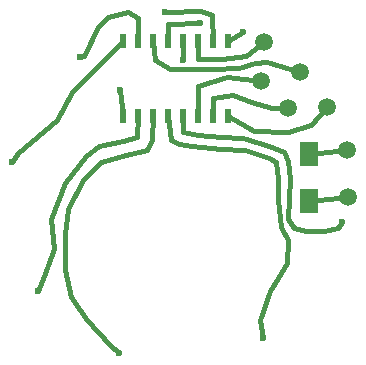
<source format=gbl>
G04 #@! TF.GenerationSoftware,KiCad,Pcbnew,5.0.2-bee76a0~70~ubuntu18.04.1*
G04 #@! TF.CreationDate,2019-03-10T21:03:06-07:00*
G04 #@! TF.ProjectId,sense_pcb,73656e73-655f-4706-9362-2e6b69636164,rev?*
G04 #@! TF.SameCoordinates,Original*
G04 #@! TF.FileFunction,Copper,L2,Bot*
G04 #@! TF.FilePolarity,Positive*
%FSLAX46Y46*%
G04 Gerber Fmt 4.6, Leading zero omitted, Abs format (unit mm)*
G04 Created by KiCad (PCBNEW 5.0.2-bee76a0~70~ubuntu18.04.1) date Sun 10 Mar 2019 09:03:06 PM PDT*
%MOMM*%
%LPD*%
G01*
G04 APERTURE LIST*
G04 #@! TA.AperFunction,SMDPad,CuDef*
%ADD10R,1.600000X2.000000*%
G04 #@! TD*
G04 #@! TA.AperFunction,SMDPad,CuDef*
%ADD11R,0.508000X1.143000*%
G04 #@! TD*
G04 #@! TA.AperFunction,BGAPad,CuDef*
%ADD12C,1.500000*%
G04 #@! TD*
G04 #@! TA.AperFunction,ViaPad*
%ADD13C,0.600000*%
G04 #@! TD*
G04 #@! TA.AperFunction,Conductor*
%ADD14C,0.450000*%
G04 #@! TD*
G04 APERTURE END LIST*
D10*
G04 #@! TO.P,C1,1*
G04 #@! TO.N,VCC*
X243713000Y-77756000D03*
G04 #@! TO.P,C1,2*
G04 #@! TO.N,GND*
X243713000Y-81756000D03*
G04 #@! TD*
D11*
G04 #@! TO.P,U5,16*
G04 #@! TO.N,VCC*
X227965000Y-74549000D03*
G04 #@! TO.P,U5,14*
G04 #@! TO.N,Net-(U2-Pad2)*
X230505000Y-74549000D03*
G04 #@! TO.P,U5,13*
G04 #@! TO.N,Net-(U1-Pad2)*
X231775000Y-74549000D03*
G04 #@! TO.P,U5,12*
G04 #@! TO.N,Net-(U4-Pad2)*
X233045000Y-74549000D03*
G04 #@! TO.P,U5,11*
G04 #@! TO.N,Net-(J6-Pad1)*
X234315000Y-74549000D03*
G04 #@! TO.P,U5,10*
G04 #@! TO.N,Net-(J5-Pad1)*
X235585000Y-74549000D03*
G04 #@! TO.P,U5,9*
G04 #@! TO.N,Net-(J4-Pad1)*
X236855000Y-74549000D03*
G04 #@! TO.P,U5,8*
G04 #@! TO.N,GND*
X236855000Y-68199000D03*
G04 #@! TO.P,U5,7*
G04 #@! TO.N,VCC*
X235585000Y-68199000D03*
G04 #@! TO.P,U5,6*
G04 #@! TO.N,Net-(J7-Pad1)*
X234315000Y-68199000D03*
G04 #@! TO.P,U5,5*
G04 #@! TO.N,Net-(U5-Pad5)*
X233045000Y-68199000D03*
G04 #@! TO.P,U5,4*
G04 #@! TO.N,Net-(U5-Pad4)*
X231775000Y-68199000D03*
G04 #@! TO.P,U5,3*
G04 #@! TO.N,Net-(J1-Pad1)*
X230505000Y-68199000D03*
G04 #@! TO.P,U5,2*
G04 #@! TO.N,Net-(U5-Pad2)*
X229235000Y-68199000D03*
G04 #@! TO.P,U5,1*
G04 #@! TO.N,Net-(U5-Pad1)*
X227965000Y-68199000D03*
G04 #@! TO.P,U5,15*
G04 #@! TO.N,Net-(U3-Pad2)*
X229235000Y-74549000D03*
G04 #@! TD*
D12*
G04 #@! TO.P,J1,1*
G04 #@! TO.N,Net-(J1-Pad1)*
X242951000Y-70866000D03*
G04 #@! TD*
G04 #@! TO.P,J2,1*
G04 #@! TO.N,VCC*
X246888000Y-77470000D03*
G04 #@! TD*
G04 #@! TO.P,J3,1*
G04 #@! TO.N,GND*
X247015000Y-81407000D03*
G04 #@! TD*
G04 #@! TO.P,J4,1*
G04 #@! TO.N,Net-(J4-Pad1)*
X245237000Y-73787000D03*
G04 #@! TD*
G04 #@! TO.P,J5,1*
G04 #@! TO.N,Net-(J5-Pad1)*
X241935000Y-73914000D03*
G04 #@! TD*
G04 #@! TO.P,J6,1*
G04 #@! TO.N,Net-(J6-Pad1)*
X239649000Y-71628000D03*
G04 #@! TD*
G04 #@! TO.P,J7,1*
G04 #@! TO.N,Net-(J7-Pad1)*
X239903000Y-68326000D03*
G04 #@! TD*
D13*
G04 #@! TO.N,VCC*
X231521000Y-65786000D03*
X243713000Y-77756000D03*
X227711000Y-72390000D03*
G04 #@! TO.N,GND*
X238125000Y-67437000D03*
X247015000Y-81407000D03*
G04 #@! TO.N,Net-(U1-Pad2)*
X239776000Y-93345000D03*
G04 #@! TO.N,Net-(U2-Pad2)*
X227584000Y-94615000D03*
G04 #@! TO.N,Net-(U3-Pad2)*
X220726000Y-89408000D03*
G04 #@! TO.N,Net-(U4-Pad2)*
X246507000Y-83566000D03*
G04 #@! TO.N,Net-(U5-Pad5)*
X233045000Y-69850000D03*
G04 #@! TO.N,Net-(U5-Pad4)*
X234442000Y-66675000D03*
G04 #@! TO.N,Net-(U5-Pad2)*
X224282000Y-69596000D03*
G04 #@! TO.N,Net-(U5-Pad1)*
X218567000Y-78486000D03*
G04 #@! TD*
D14*
G04 #@! TO.N,VCC*
X231521000Y-65786000D02*
X234569000Y-65659000D01*
X234569000Y-65659000D02*
X235458000Y-66040000D01*
X235458000Y-66040000D02*
X235585000Y-68199000D01*
X246888000Y-77470000D02*
X243713000Y-77756000D01*
X227965000Y-74549000D02*
X227711000Y-72390000D01*
G04 #@! TO.N,GND*
X236855000Y-68199000D02*
X238125000Y-67437000D01*
X247015000Y-81407000D02*
X243713000Y-81756000D01*
G04 #@! TO.N,Net-(U1-Pad2)*
X231775000Y-74549000D02*
X232029000Y-76581000D01*
X232029000Y-76581000D02*
X232664000Y-76962000D01*
X232664000Y-76962000D02*
X233807000Y-77089000D01*
X233807000Y-77089000D02*
X236220000Y-77343000D01*
X236220000Y-77343000D02*
X238252000Y-77470000D01*
X238252000Y-77470000D02*
X240284000Y-78105000D01*
X240284000Y-78105000D02*
X240919000Y-78486000D01*
X240919000Y-78486000D02*
X241046000Y-79883000D01*
X241046000Y-79883000D02*
X241046000Y-81661000D01*
X241046000Y-81661000D02*
X241300000Y-83947000D01*
X241300000Y-83947000D02*
X241935000Y-85090000D01*
X241935000Y-85090000D02*
X241808000Y-86995000D01*
X241808000Y-86995000D02*
X241046000Y-88265000D01*
X241046000Y-88265000D02*
X240411000Y-89408000D01*
X240411000Y-89408000D02*
X239522000Y-91821000D01*
X239522000Y-91821000D02*
X239776000Y-93345000D01*
G04 #@! TO.N,Net-(U2-Pad2)*
X227584000Y-94615000D02*
X226822000Y-93980000D01*
X226822000Y-93980000D02*
X224917000Y-91821000D01*
X224917000Y-91821000D02*
X223520000Y-89916000D01*
X223520000Y-89916000D02*
X223012000Y-87630000D01*
X223012000Y-87630000D02*
X223012000Y-84582000D01*
X223012000Y-84582000D02*
X223266000Y-82423000D01*
X223266000Y-82423000D02*
X224536000Y-80010000D01*
X224536000Y-80010000D02*
X226060000Y-78486000D01*
X226060000Y-78486000D02*
X228219000Y-77851000D01*
X228219000Y-77851000D02*
X229997000Y-77470000D01*
X229997000Y-77470000D02*
X230378000Y-76581000D01*
X230378000Y-76581000D02*
X230505000Y-74549000D01*
G04 #@! TO.N,Net-(U3-Pad2)*
X229235000Y-74549000D02*
X229108000Y-76327000D01*
X229108000Y-76327000D02*
X227965000Y-76708000D01*
X227965000Y-76708000D02*
X225933000Y-77089000D01*
X225933000Y-77089000D02*
X224790000Y-77978000D01*
X224790000Y-77978000D02*
X223012000Y-80264000D01*
X223012000Y-80264000D02*
X221869000Y-83312000D01*
X221869000Y-83312000D02*
X222123000Y-85852000D01*
X222123000Y-85852000D02*
X221234000Y-88138000D01*
X221234000Y-88138000D02*
X220726000Y-89408000D01*
G04 #@! TO.N,Net-(U4-Pad2)*
X233045000Y-74549000D02*
X233045000Y-75946000D01*
X233045000Y-75946000D02*
X234315000Y-76200000D01*
X234315000Y-76200000D02*
X236220000Y-76327000D01*
X236220000Y-76327000D02*
X238125000Y-76454000D01*
X238125000Y-76454000D02*
X240284000Y-77089000D01*
X240284000Y-77089000D02*
X241554000Y-77597000D01*
X241554000Y-77597000D02*
X241935000Y-78359000D01*
X241935000Y-78359000D02*
X242062000Y-79883000D01*
X242062000Y-79883000D02*
X241935000Y-83312000D01*
X241935000Y-83312000D02*
X242443000Y-84074000D01*
X242443000Y-84074000D02*
X243459000Y-84328000D01*
X243459000Y-84328000D02*
X244983000Y-84328000D01*
X244983000Y-84328000D02*
X246126000Y-84074000D01*
X246126000Y-84074000D02*
X246507000Y-83566000D01*
G04 #@! TO.N,Net-(U5-Pad5)*
X233045000Y-69850000D02*
X233045000Y-68199000D01*
G04 #@! TO.N,Net-(U5-Pad4)*
X234442000Y-66675000D02*
X231775000Y-66802000D01*
X231775000Y-66802000D02*
X231775000Y-68199000D01*
G04 #@! TO.N,Net-(U5-Pad2)*
X229235000Y-68199000D02*
X229235000Y-66294000D01*
X229235000Y-66294000D02*
X228346000Y-65786000D01*
X228346000Y-65786000D02*
X226695000Y-66167000D01*
X226695000Y-66167000D02*
X225806000Y-67056000D01*
X225806000Y-67056000D02*
X224663000Y-69469000D01*
X224663000Y-69469000D02*
X224282000Y-69596000D01*
G04 #@! TO.N,Net-(U5-Pad1)*
X227965000Y-68199000D02*
X223647000Y-72517000D01*
X223647000Y-72517000D02*
X222377000Y-74930000D01*
X222377000Y-74930000D02*
X219075000Y-77724000D01*
X219075000Y-77724000D02*
X218567000Y-78486000D01*
G04 #@! TO.N,Net-(J4-Pad1)*
X236855000Y-74549000D02*
X239014000Y-75819000D01*
X239014000Y-75819000D02*
X241935000Y-75946000D01*
X241935000Y-75946000D02*
X243840000Y-75311000D01*
X243840000Y-75311000D02*
X245237000Y-73787000D01*
G04 #@! TO.N,Net-(J5-Pad1)*
X235585000Y-74549000D02*
X235585000Y-73025000D01*
X235585000Y-73025000D02*
X237236000Y-72771000D01*
X237236000Y-72771000D02*
X238760000Y-73406000D01*
X238760000Y-73406000D02*
X240538000Y-73914000D01*
X240538000Y-73914000D02*
X241935000Y-73914000D01*
G04 #@! TO.N,Net-(J7-Pad1)*
X239903000Y-68326000D02*
X238379000Y-69469000D01*
X238379000Y-69469000D02*
X236347000Y-69723000D01*
X236347000Y-69723000D02*
X234315000Y-69723000D01*
X234315000Y-69723000D02*
X234315000Y-68199000D01*
G04 #@! TO.N,Net-(J1-Pad1)*
X242951000Y-70866000D02*
X240157000Y-69977000D01*
X240157000Y-69977000D02*
X239141000Y-70104000D01*
X239141000Y-70104000D02*
X237744000Y-70485000D01*
X237744000Y-70485000D02*
X235458000Y-70612000D01*
X235458000Y-70612000D02*
X231902000Y-70612000D01*
X231902000Y-70612000D02*
X230632000Y-69850000D01*
X230632000Y-69850000D02*
X230505000Y-68199000D01*
G04 #@! TO.N,Net-(J6-Pad1)*
X234315000Y-74549000D02*
X234315000Y-72009000D01*
X234315000Y-72009000D02*
X236728000Y-71247000D01*
X236728000Y-71247000D02*
X239649000Y-71628000D01*
G04 #@! TD*
M02*

</source>
